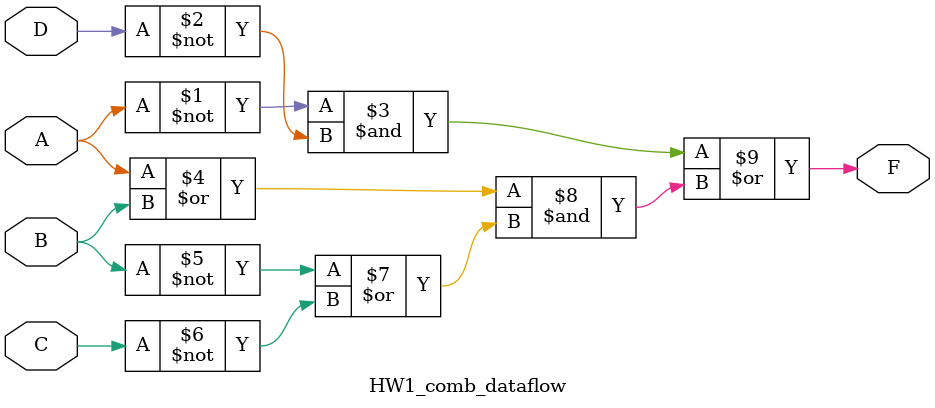
<source format=v>
module	HW1_comb_dataflow(A, B, C, D, F);
	output	F;
	input	A, B, C, D;
	assign F = (~A & ~D) | ( (A|B) & (~B | ~C) );
	//wire	 w1;
	
	//and		G1(w1, A, B);
	//not		G2(E, C);
	//or		G3(D, w1, E);
endmodule
</source>
